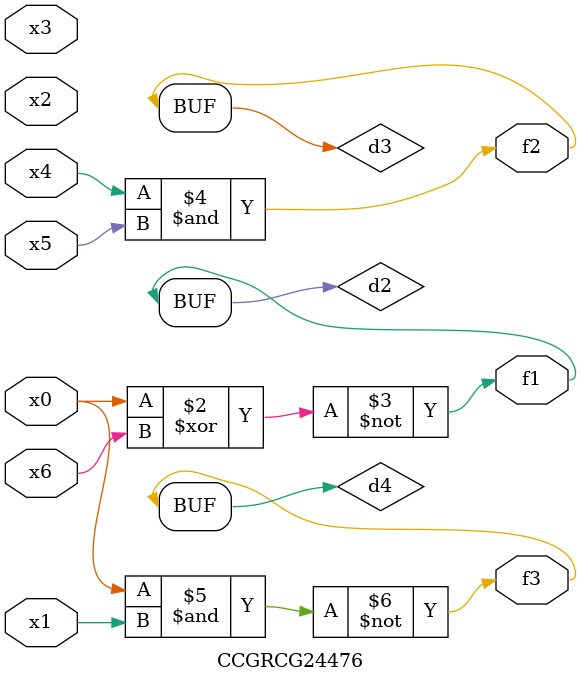
<source format=v>
module CCGRCG24476(
	input x0, x1, x2, x3, x4, x5, x6,
	output f1, f2, f3
);

	wire d1, d2, d3, d4;

	nor (d1, x0);
	xnor (d2, x0, x6);
	and (d3, x4, x5);
	nand (d4, x0, x1);
	assign f1 = d2;
	assign f2 = d3;
	assign f3 = d4;
endmodule

</source>
